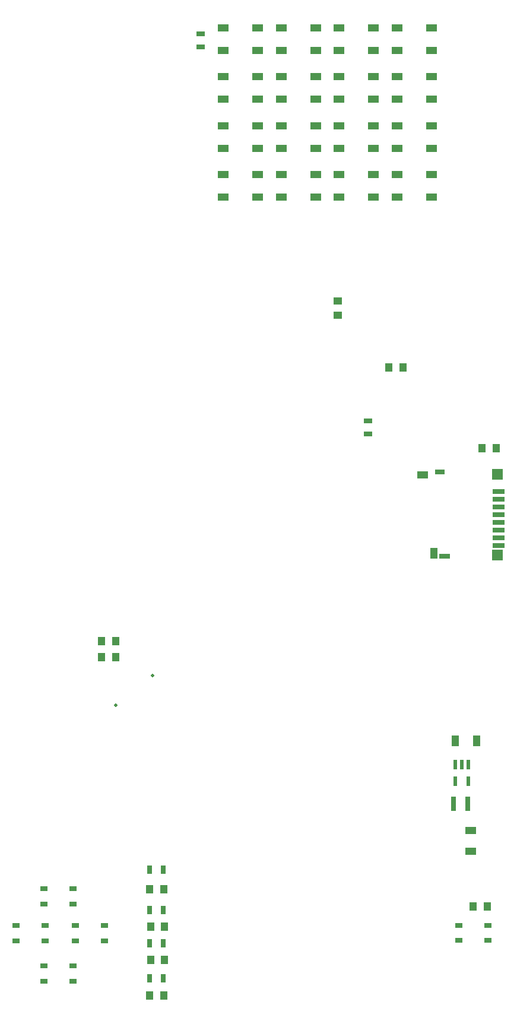
<source format=gtp>
G04 #@! TF.FileFunction,Paste,Top*
%FSLAX46Y46*%
G04 Gerber Fmt 4.6, Leading zero omitted, Abs format (unit mm)*
G04 Created by KiCad (PCBNEW 4.0.7-e2-6376~58~ubuntu14.04.1) date Tue Sep  5 20:37:50 2017*
%MOMM*%
%LPD*%
G01*
G04 APERTURE LIST*
%ADD10C,0.100000*%
%ADD11R,1.000000X1.250000*%
%ADD12R,1.250000X1.000000*%
%ADD13R,1.000000X1.600000*%
%ADD14R,1.600000X1.000000*%
%ADD15R,1.500000X1.000000*%
%ADD16C,0.500000*%
%ADD17R,0.800000X2.000000*%
%ADD18R,1.300000X0.700000*%
%ADD19R,0.700000X1.300000*%
%ADD20R,1.050000X0.650000*%
%ADD21R,0.558800X1.320800*%
%ADD22R,1.750440X0.700176*%
%ADD23R,1.752980X0.701191*%
%ADD24R,1.751610X0.700643*%
%ADD25R,1.752180X0.700871*%
%ADD26R,1.752460X0.700982*%
%ADD27R,1.750430X0.700174*%
%ADD28R,1.751770X0.700710*%
%ADD29R,1.752640X0.701055*%
%ADD30R,1.500920X1.500920*%
%ADD31R,1.501800X1.501800*%
%ADD32R,1.501100X0.800585*%
%ADD33R,1.400640X0.800364*%
%ADD34R,1.000010X1.500010*%
%ADD35R,1.501930X1.001290*%
G04 APERTURE END LIST*
D10*
D11*
X98400000Y-116400000D03*
X100400000Y-116400000D03*
X100400000Y-118650000D03*
X98400000Y-118650000D03*
D12*
X132140000Y-67880000D03*
X132140000Y-69880000D03*
D11*
X152670000Y-88900000D03*
X154670000Y-88900000D03*
X107250000Y-151750000D03*
X105250000Y-151750000D03*
X107400000Y-157100000D03*
X105400000Y-157100000D03*
X107400000Y-161900000D03*
X105400000Y-161900000D03*
X107300000Y-166900000D03*
X105300000Y-166900000D03*
X153400000Y-154200000D03*
X151400000Y-154200000D03*
X141400000Y-77400000D03*
X139400000Y-77400000D03*
D13*
X151900000Y-130600000D03*
X148900000Y-130600000D03*
D14*
X151100000Y-146400000D03*
X151100000Y-143400000D03*
D15*
X115785000Y-28920000D03*
X120685000Y-28920000D03*
X115785000Y-32120000D03*
X120685000Y-32120000D03*
X124040000Y-28920000D03*
X128940000Y-28920000D03*
X124040000Y-32120000D03*
X128940000Y-32120000D03*
X132295000Y-28920000D03*
X137195000Y-28920000D03*
X132295000Y-32120000D03*
X137195000Y-32120000D03*
X140550000Y-28920000D03*
X145450000Y-28920000D03*
X140550000Y-32120000D03*
X145450000Y-32120000D03*
X115785000Y-35905000D03*
X120685000Y-35905000D03*
X115785000Y-39105000D03*
X120685000Y-39105000D03*
X124040000Y-35905000D03*
X128940000Y-35905000D03*
X124040000Y-39105000D03*
X128940000Y-39105000D03*
X132295000Y-35905000D03*
X137195000Y-35905000D03*
X132295000Y-39105000D03*
X137195000Y-39105000D03*
X140550000Y-35905000D03*
X145450000Y-35905000D03*
X140550000Y-39105000D03*
X145450000Y-39105000D03*
X115785000Y-42890000D03*
X120685000Y-42890000D03*
X115785000Y-46090000D03*
X120685000Y-46090000D03*
X124040000Y-42890000D03*
X128940000Y-42890000D03*
X124040000Y-46090000D03*
X128940000Y-46090000D03*
X132295000Y-42890000D03*
X137195000Y-42890000D03*
X132295000Y-46090000D03*
X137195000Y-46090000D03*
X140550000Y-42890000D03*
X145450000Y-42890000D03*
X140550000Y-46090000D03*
X145450000Y-46090000D03*
X115785000Y-49875000D03*
X120685000Y-49875000D03*
X115785000Y-53075000D03*
X120685000Y-53075000D03*
X124040000Y-49875000D03*
X128940000Y-49875000D03*
X124040000Y-53075000D03*
X128940000Y-53075000D03*
X132295000Y-49875000D03*
X137195000Y-49875000D03*
X132295000Y-53075000D03*
X137195000Y-53075000D03*
X140550000Y-49875000D03*
X145450000Y-49875000D03*
X140550000Y-53075000D03*
X145450000Y-53075000D03*
D16*
X105700000Y-121300000D03*
X100450000Y-125500000D03*
D17*
X148600000Y-139600000D03*
X150600000Y-139600000D03*
D18*
X112522000Y-29784000D03*
X112522000Y-31684000D03*
D19*
X105300000Y-149000000D03*
X107200000Y-149000000D03*
X105300000Y-154750000D03*
X107200000Y-154750000D03*
X105300000Y-159500000D03*
X107200000Y-159500000D03*
X105300000Y-164500000D03*
X107200000Y-164500000D03*
D18*
X136400000Y-84950000D03*
X136400000Y-86850000D03*
D20*
X90205000Y-153865000D03*
X94355000Y-153865000D03*
X94355000Y-151715000D03*
X90205000Y-151715000D03*
X86205000Y-159115000D03*
X90355000Y-159115000D03*
X90355000Y-156965000D03*
X86205000Y-156965000D03*
X94705000Y-159115000D03*
X98855000Y-159115000D03*
X98855000Y-156965000D03*
X94705000Y-156965000D03*
X90205000Y-164865000D03*
X94355000Y-164865000D03*
X94355000Y-162715000D03*
X90205000Y-162715000D03*
X149335000Y-159075000D03*
X153485000Y-159075000D03*
X153485000Y-156925000D03*
X149335000Y-156925000D03*
D21*
X150739800Y-134031600D03*
X149800000Y-134031600D03*
X148860200Y-134031600D03*
X148860200Y-136368400D03*
X150739800Y-136368400D03*
D22*
X155038000Y-95075000D03*
D23*
X155038000Y-96175000D03*
D24*
X155038000Y-97275000D03*
D25*
X155038000Y-98375000D03*
D26*
X155038000Y-99475000D03*
D27*
X155038000Y-100575000D03*
D28*
X155038000Y-101675000D03*
D29*
X155038000Y-102775000D03*
D30*
X154913000Y-104075000D03*
D31*
X154913000Y-92625000D03*
D32*
X147313000Y-104250000D03*
D33*
X146663000Y-92300000D03*
D34*
X145813000Y-103895000D03*
D35*
X144213000Y-92700000D03*
M02*

</source>
